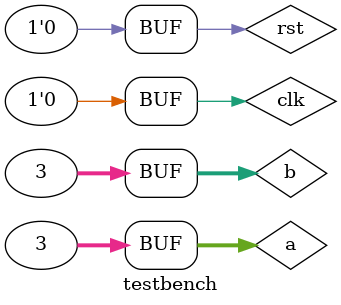
<source format=v>
`timescale 1ns / 1ps

module testbench;

    reg clk;
    reg rst;
    reg [31:0] a,b;
    wire [31:0] c;
    
    pe dut(clk,rst,a,b);


    initial begin

    a=0;
    b=0;
    clk=0;
    rst=1;
    #5;
    clk=1;
    #5;
    clk=0;
    rst=0;
    #5;

    a=1;
    b=1;
    #5;
    clk=1;
    #5;
    clk=0;

    a=2;
    b=2;
    #5;
    clk=1;
    #5;
    clk=0;

    a=3;
    b=3;
    #5;
    clk=1;
    #5;
    clk=0;

    //$display("%h", c);

	if(c==32'h0000000e)
	begin
		$display("===========Your Design Passed===========");
        end
	else
	begin
		$display("===========Error===========");
	end
    end
endmodule

</source>
